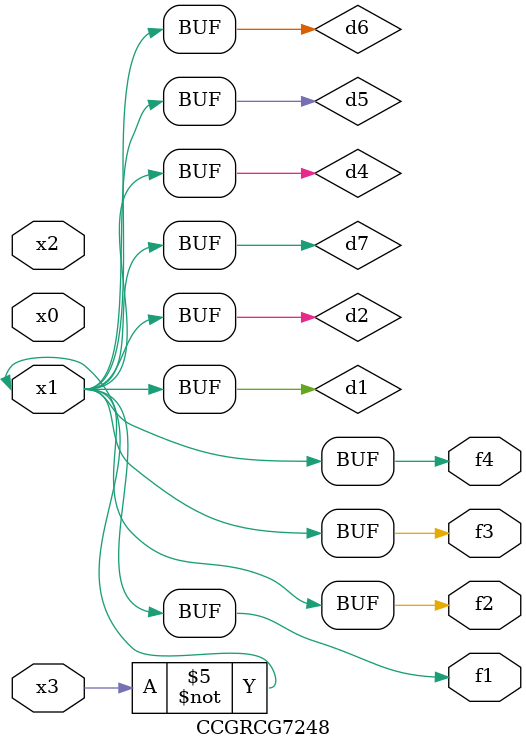
<source format=v>
module CCGRCG7248(
	input x0, x1, x2, x3,
	output f1, f2, f3, f4
);

	wire d1, d2, d3, d4, d5, d6, d7;

	not (d1, x3);
	buf (d2, x1);
	xnor (d3, d1, d2);
	nor (d4, d1);
	buf (d5, d1, d2);
	buf (d6, d4, d5);
	nand (d7, d4);
	assign f1 = d6;
	assign f2 = d7;
	assign f3 = d6;
	assign f4 = d6;
endmodule

</source>
